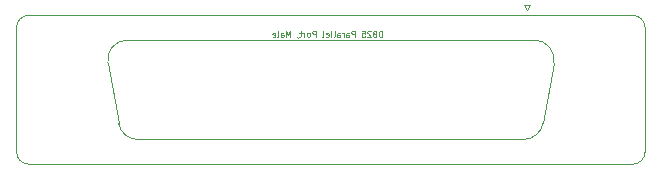
<source format=gbr>
%TF.GenerationSoftware,KiCad,Pcbnew,(6.0.2)*%
%TF.CreationDate,2022-12-30T16:08:33-06:00*%
%TF.ProjectId,REF1329_Altera,52454631-3332-4395-9f41-6c746572612e,rev?*%
%TF.SameCoordinates,Original*%
%TF.FileFunction,Legend,Bot*%
%TF.FilePolarity,Positive*%
%FSLAX46Y46*%
G04 Gerber Fmt 4.6, Leading zero omitted, Abs format (unit mm)*
G04 Created by KiCad (PCBNEW (6.0.2)) date 2022-12-30 16:08:33*
%MOMM*%
%LPD*%
G01*
G04 APERTURE LIST*
%ADD10C,0.125000*%
%ADD11C,0.120000*%
G04 APERTURE END LIST*
D10*
X153810857Y-88333190D02*
X153810857Y-87833190D01*
X153691809Y-87833190D01*
X153620380Y-87857000D01*
X153572761Y-87904619D01*
X153548952Y-87952238D01*
X153525142Y-88047476D01*
X153525142Y-88118904D01*
X153548952Y-88214142D01*
X153572761Y-88261761D01*
X153620380Y-88309380D01*
X153691809Y-88333190D01*
X153810857Y-88333190D01*
X153144190Y-88071285D02*
X153072761Y-88095095D01*
X153048952Y-88118904D01*
X153025142Y-88166523D01*
X153025142Y-88237952D01*
X153048952Y-88285571D01*
X153072761Y-88309380D01*
X153120380Y-88333190D01*
X153310857Y-88333190D01*
X153310857Y-87833190D01*
X153144190Y-87833190D01*
X153096571Y-87857000D01*
X153072761Y-87880809D01*
X153048952Y-87928428D01*
X153048952Y-87976047D01*
X153072761Y-88023666D01*
X153096571Y-88047476D01*
X153144190Y-88071285D01*
X153310857Y-88071285D01*
X152834666Y-87880809D02*
X152810857Y-87857000D01*
X152763238Y-87833190D01*
X152644190Y-87833190D01*
X152596571Y-87857000D01*
X152572761Y-87880809D01*
X152548952Y-87928428D01*
X152548952Y-87976047D01*
X152572761Y-88047476D01*
X152858476Y-88333190D01*
X152548952Y-88333190D01*
X152096571Y-87833190D02*
X152334666Y-87833190D01*
X152358476Y-88071285D01*
X152334666Y-88047476D01*
X152287047Y-88023666D01*
X152168000Y-88023666D01*
X152120380Y-88047476D01*
X152096571Y-88071285D01*
X152072761Y-88118904D01*
X152072761Y-88237952D01*
X152096571Y-88285571D01*
X152120380Y-88309380D01*
X152168000Y-88333190D01*
X152287047Y-88333190D01*
X152334666Y-88309380D01*
X152358476Y-88285571D01*
X151477523Y-88333190D02*
X151477523Y-87833190D01*
X151287047Y-87833190D01*
X151239428Y-87857000D01*
X151215619Y-87880809D01*
X151191809Y-87928428D01*
X151191809Y-87999857D01*
X151215619Y-88047476D01*
X151239428Y-88071285D01*
X151287047Y-88095095D01*
X151477523Y-88095095D01*
X150763238Y-88333190D02*
X150763238Y-88071285D01*
X150787047Y-88023666D01*
X150834666Y-87999857D01*
X150929904Y-87999857D01*
X150977523Y-88023666D01*
X150763238Y-88309380D02*
X150810857Y-88333190D01*
X150929904Y-88333190D01*
X150977523Y-88309380D01*
X151001333Y-88261761D01*
X151001333Y-88214142D01*
X150977523Y-88166523D01*
X150929904Y-88142714D01*
X150810857Y-88142714D01*
X150763238Y-88118904D01*
X150525142Y-88333190D02*
X150525142Y-87999857D01*
X150525142Y-88095095D02*
X150501333Y-88047476D01*
X150477523Y-88023666D01*
X150429904Y-87999857D01*
X150382285Y-87999857D01*
X150001333Y-88333190D02*
X150001333Y-88071285D01*
X150025142Y-88023666D01*
X150072761Y-87999857D01*
X150168000Y-87999857D01*
X150215619Y-88023666D01*
X150001333Y-88309380D02*
X150048952Y-88333190D01*
X150168000Y-88333190D01*
X150215619Y-88309380D01*
X150239428Y-88261761D01*
X150239428Y-88214142D01*
X150215619Y-88166523D01*
X150168000Y-88142714D01*
X150048952Y-88142714D01*
X150001333Y-88118904D01*
X149691809Y-88333190D02*
X149739428Y-88309380D01*
X149763238Y-88261761D01*
X149763238Y-87833190D01*
X149429904Y-88333190D02*
X149477523Y-88309380D01*
X149501333Y-88261761D01*
X149501333Y-87833190D01*
X149048952Y-88309380D02*
X149096571Y-88333190D01*
X149191809Y-88333190D01*
X149239428Y-88309380D01*
X149263238Y-88261761D01*
X149263238Y-88071285D01*
X149239428Y-88023666D01*
X149191809Y-87999857D01*
X149096571Y-87999857D01*
X149048952Y-88023666D01*
X149025142Y-88071285D01*
X149025142Y-88118904D01*
X149263238Y-88166523D01*
X148739428Y-88333190D02*
X148787047Y-88309380D01*
X148810857Y-88261761D01*
X148810857Y-87833190D01*
X148168000Y-88333190D02*
X148168000Y-87833190D01*
X147977523Y-87833190D01*
X147929904Y-87857000D01*
X147906095Y-87880809D01*
X147882285Y-87928428D01*
X147882285Y-87999857D01*
X147906095Y-88047476D01*
X147929904Y-88071285D01*
X147977523Y-88095095D01*
X148168000Y-88095095D01*
X147596571Y-88333190D02*
X147644190Y-88309380D01*
X147668000Y-88285571D01*
X147691809Y-88237952D01*
X147691809Y-88095095D01*
X147668000Y-88047476D01*
X147644190Y-88023666D01*
X147596571Y-87999857D01*
X147525142Y-87999857D01*
X147477523Y-88023666D01*
X147453714Y-88047476D01*
X147429904Y-88095095D01*
X147429904Y-88237952D01*
X147453714Y-88285571D01*
X147477523Y-88309380D01*
X147525142Y-88333190D01*
X147596571Y-88333190D01*
X147215619Y-88333190D02*
X147215619Y-87999857D01*
X147215619Y-88095095D02*
X147191809Y-88047476D01*
X147168000Y-88023666D01*
X147120380Y-87999857D01*
X147072761Y-87999857D01*
X146977523Y-87999857D02*
X146787047Y-87999857D01*
X146906095Y-87833190D02*
X146906095Y-88261761D01*
X146882285Y-88309380D01*
X146834666Y-88333190D01*
X146787047Y-88333190D01*
X146596571Y-88309380D02*
X146596571Y-88333190D01*
X146620380Y-88380809D01*
X146644190Y-88404619D01*
X146001333Y-88333190D02*
X146001333Y-87833190D01*
X145834666Y-88190333D01*
X145668000Y-87833190D01*
X145668000Y-88333190D01*
X145215619Y-88333190D02*
X145215619Y-88071285D01*
X145239428Y-88023666D01*
X145287047Y-87999857D01*
X145382285Y-87999857D01*
X145429904Y-88023666D01*
X145215619Y-88309380D02*
X145263238Y-88333190D01*
X145382285Y-88333190D01*
X145429904Y-88309380D01*
X145453714Y-88261761D01*
X145453714Y-88214142D01*
X145429904Y-88166523D01*
X145382285Y-88142714D01*
X145263238Y-88142714D01*
X145215619Y-88118904D01*
X144906095Y-88333190D02*
X144953714Y-88309380D01*
X144977523Y-88261761D01*
X144977523Y-87833190D01*
X144525142Y-88309380D02*
X144572761Y-88333190D01*
X144668000Y-88333190D01*
X144715619Y-88309380D01*
X144739428Y-88261761D01*
X144739428Y-88071285D01*
X144715619Y-88023666D01*
X144668000Y-87999857D01*
X144572761Y-87999857D01*
X144525142Y-88023666D01*
X144501333Y-88071285D01*
X144501333Y-88118904D01*
X144739428Y-88166523D01*
D11*
%TO.C,J1*%
X166316000Y-85607362D02*
X165816000Y-85607362D01*
X174996000Y-86501700D02*
X123896000Y-86501700D01*
X122836000Y-87561700D02*
X122836000Y-98061700D01*
X130579530Y-90549956D02*
X131478798Y-95649956D01*
X166066000Y-86040375D02*
X166316000Y-85607362D01*
X123896000Y-99121700D02*
X174996000Y-99121700D01*
X165778421Y-97021700D02*
X133113579Y-97021700D01*
X176056000Y-98061700D02*
X176056000Y-87561700D01*
X165816000Y-85607362D02*
X166066000Y-86040375D01*
X166677689Y-88601700D02*
X132214311Y-88601700D01*
X168312470Y-90549956D02*
X167413202Y-95649956D01*
X132214311Y-88601700D02*
G75*
G03*
X130579530Y-90549956I-1J-1659999D01*
G01*
X176056000Y-87561700D02*
G75*
G03*
X174996000Y-86501700I-1060001J-1D01*
G01*
X123896000Y-86501700D02*
G75*
G03*
X122836000Y-87561700I1J-1060001D01*
G01*
X165778421Y-97021700D02*
G75*
G03*
X167413202Y-95649956I1J1659999D01*
G01*
X122836000Y-98061700D02*
G75*
G03*
X123896000Y-99121700I1060001J1D01*
G01*
X131478798Y-95649956D02*
G75*
G03*
X133113579Y-97021700I1634780J288255D01*
G01*
X174996000Y-99121700D02*
G75*
G03*
X176056000Y-98061700I-1J1060001D01*
G01*
X168312470Y-90549956D02*
G75*
G03*
X166677689Y-88601700I-1634780J288257D01*
G01*
%TD*%
M02*

</source>
